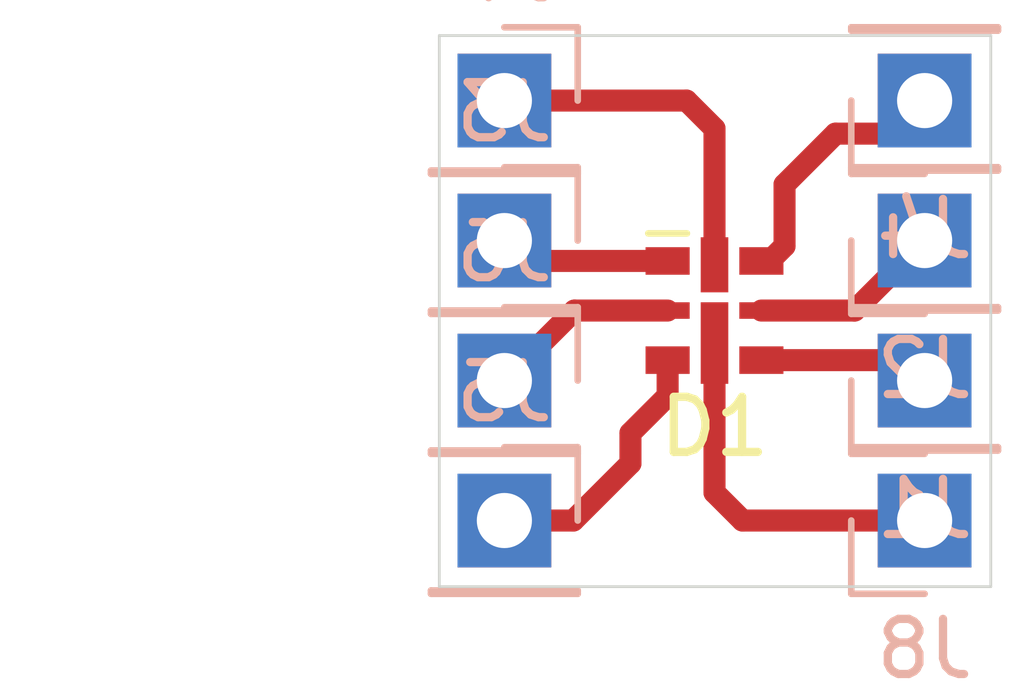
<source format=kicad_pcb>
(kicad_pcb (version 20171130) (host pcbnew 5.1.2)

  (general
    (thickness 1.6)
    (drawings 6)
    (tracks 25)
    (zones 0)
    (modules 9)
    (nets 7)
  )

  (page A4)
  (layers
    (0 F.Cu signal)
    (31 B.Cu signal)
    (32 B.Adhes user hide)
    (33 F.Adhes user hide)
    (34 B.Paste user)
    (35 F.Paste user)
    (36 B.SilkS user hide)
    (37 F.SilkS user)
    (38 B.Mask user)
    (39 F.Mask user)
    (40 Dwgs.User user)
    (41 Cmts.User user)
    (42 Eco1.User user)
    (43 Eco2.User user)
    (44 Edge.Cuts user)
    (45 Margin user)
    (46 B.CrtYd user hide)
    (47 F.CrtYd user)
    (48 B.Fab user hide)
    (49 F.Fab user hide)
  )

  (setup
    (last_trace_width 0.4)
    (trace_clearance 0.25)
    (zone_clearance 0.508)
    (zone_45_only no)
    (trace_min 0.2)
    (via_size 0.8)
    (via_drill 0.4)
    (via_min_size 0.4)
    (via_min_drill 0.3)
    (uvia_size 0.3)
    (uvia_drill 0.1)
    (uvias_allowed no)
    (uvia_min_size 0.2)
    (uvia_min_drill 0.1)
    (edge_width 0.05)
    (segment_width 0.2)
    (pcb_text_width 0.3)
    (pcb_text_size 1.5 1.5)
    (mod_edge_width 0.12)
    (mod_text_size 1 1)
    (mod_text_width 0.15)
    (pad_size 1.524 1.524)
    (pad_drill 0.762)
    (pad_to_mask_clearance 0.051)
    (solder_mask_min_width 0.25)
    (aux_axis_origin 0 0)
    (visible_elements FFFFFF7F)
    (pcbplotparams
      (layerselection 0x010fc_ffffffff)
      (usegerberextensions false)
      (usegerberattributes false)
      (usegerberadvancedattributes false)
      (creategerberjobfile false)
      (excludeedgelayer true)
      (linewidth 0.100000)
      (plotframeref false)
      (viasonmask false)
      (mode 1)
      (useauxorigin false)
      (hpglpennumber 1)
      (hpglpenspeed 20)
      (hpglpendiameter 15.000000)
      (psnegative false)
      (psa4output false)
      (plotreference true)
      (plotvalue true)
      (plotinvisibletext false)
      (padsonsilk false)
      (subtractmaskfromsilk false)
      (outputformat 1)
      (mirror false)
      (drillshape 1)
      (scaleselection 1)
      (outputdirectory ""))
  )

  (net 0 "")
  (net 1 "Net-(D1-Pad4)")
  (net 2 "Net-(D1-Pad5)")
  (net 3 "Net-(D1-Pad3)")
  (net 4 "Net-(D1-Pad2)")
  (net 5 GND)
  (net 6 VCC)

  (net_class Default "This is the default net class."
    (clearance 0.25)
    (trace_width 0.4)
    (via_dia 0.8)
    (via_drill 0.4)
    (uvia_dia 0.3)
    (uvia_drill 0.1)
    (add_net GND)
    (add_net "Net-(D1-Pad2)")
    (add_net "Net-(D1-Pad3)")
    (add_net "Net-(D1-Pad4)")
    (add_net "Net-(D1-Pad5)")
    (add_net VCC)
  )

  (module Connector_PinHeader_2.54mm:PinHeader_1x01_P2.54mm_Vertical (layer B.Cu) (tedit 59FED5CC) (tstamp 5D4E15D0)
    (at 50.8 25.4)
    (descr "Through hole straight pin header, 1x01, 2.54mm pitch, single row")
    (tags "Through hole pin header THT 1x01 2.54mm single row")
    (path /5D4E5BD9)
    (fp_text reference J8 (at 0 2.33) (layer B.SilkS)
      (effects (font (size 1 1) (thickness 0.15)) (justify mirror))
    )
    (fp_text value Conn_01x01 (at 0 -2.33) (layer B.Fab)
      (effects (font (size 1 1) (thickness 0.15)) (justify mirror))
    )
    (fp_text user %R (at 0 0 -90) (layer B.Fab)
      (effects (font (size 1 1) (thickness 0.15)) (justify mirror))
    )
    (fp_line (start 1.8 1.8) (end -1.8 1.8) (layer B.CrtYd) (width 0.05))
    (fp_line (start 1.8 -1.8) (end 1.8 1.8) (layer B.CrtYd) (width 0.05))
    (fp_line (start -1.8 -1.8) (end 1.8 -1.8) (layer B.CrtYd) (width 0.05))
    (fp_line (start -1.8 1.8) (end -1.8 -1.8) (layer B.CrtYd) (width 0.05))
    (fp_line (start -1.33 1.33) (end 0 1.33) (layer B.SilkS) (width 0.12))
    (fp_line (start -1.33 0) (end -1.33 1.33) (layer B.SilkS) (width 0.12))
    (fp_line (start -1.33 -1.27) (end 1.33 -1.27) (layer B.SilkS) (width 0.12))
    (fp_line (start 1.33 -1.27) (end 1.33 -1.33) (layer B.SilkS) (width 0.12))
    (fp_line (start -1.33 -1.27) (end -1.33 -1.33) (layer B.SilkS) (width 0.12))
    (fp_line (start -1.33 -1.33) (end 1.33 -1.33) (layer B.SilkS) (width 0.12))
    (fp_line (start -1.27 0.635) (end -0.635 1.27) (layer B.Fab) (width 0.1))
    (fp_line (start -1.27 -1.27) (end -1.27 0.635) (layer B.Fab) (width 0.1))
    (fp_line (start 1.27 -1.27) (end -1.27 -1.27) (layer B.Fab) (width 0.1))
    (fp_line (start 1.27 1.27) (end 1.27 -1.27) (layer B.Fab) (width 0.1))
    (fp_line (start -0.635 1.27) (end 1.27 1.27) (layer B.Fab) (width 0.1))
    (pad 1 thru_hole rect (at 0 0) (size 1.7 1.7) (drill 1) (layers *.Cu *.Mask)
      (net 5 GND))
    (model ${KISYS3DMOD}/Connector_PinHeader_2.54mm.3dshapes/PinHeader_1x01_P2.54mm_Vertical.wrl
      (at (xyz 0 0 0))
      (scale (xyz 1 1 1))
      (rotate (xyz 0 0 0))
    )
  )

  (module Connector_PinHeader_2.54mm:PinHeader_1x01_P2.54mm_Vertical (layer B.Cu) (tedit 59FED5CC) (tstamp 5D4E09FE)
    (at 43.18 17.78 180)
    (descr "Through hole straight pin header, 1x01, 2.54mm pitch, single row")
    (tags "Through hole pin header THT 1x01 2.54mm single row")
    (path /5D4E46FB)
    (fp_text reference J7 (at 0 2.33) (layer B.SilkS)
      (effects (font (size 1 1) (thickness 0.15)) (justify mirror))
    )
    (fp_text value Conn_01x01 (at 0 -2.33) (layer B.Fab)
      (effects (font (size 1 1) (thickness 0.15)) (justify mirror))
    )
    (fp_text user %R (at 0 0 -90) (layer B.Fab)
      (effects (font (size 1 1) (thickness 0.15)) (justify mirror))
    )
    (fp_line (start 1.8 1.8) (end -1.8 1.8) (layer B.CrtYd) (width 0.05))
    (fp_line (start 1.8 -1.8) (end 1.8 1.8) (layer B.CrtYd) (width 0.05))
    (fp_line (start -1.8 -1.8) (end 1.8 -1.8) (layer B.CrtYd) (width 0.05))
    (fp_line (start -1.8 1.8) (end -1.8 -1.8) (layer B.CrtYd) (width 0.05))
    (fp_line (start -1.33 1.33) (end 0 1.33) (layer B.SilkS) (width 0.12))
    (fp_line (start -1.33 0) (end -1.33 1.33) (layer B.SilkS) (width 0.12))
    (fp_line (start -1.33 -1.27) (end 1.33 -1.27) (layer B.SilkS) (width 0.12))
    (fp_line (start 1.33 -1.27) (end 1.33 -1.33) (layer B.SilkS) (width 0.12))
    (fp_line (start -1.33 -1.27) (end -1.33 -1.33) (layer B.SilkS) (width 0.12))
    (fp_line (start -1.33 -1.33) (end 1.33 -1.33) (layer B.SilkS) (width 0.12))
    (fp_line (start -1.27 0.635) (end -0.635 1.27) (layer B.Fab) (width 0.1))
    (fp_line (start -1.27 -1.27) (end -1.27 0.635) (layer B.Fab) (width 0.1))
    (fp_line (start 1.27 -1.27) (end -1.27 -1.27) (layer B.Fab) (width 0.1))
    (fp_line (start 1.27 1.27) (end 1.27 -1.27) (layer B.Fab) (width 0.1))
    (fp_line (start -0.635 1.27) (end 1.27 1.27) (layer B.Fab) (width 0.1))
    (pad 1 thru_hole rect (at 0 0 180) (size 1.7 1.7) (drill 1) (layers *.Cu *.Mask)
      (net 6 VCC))
    (model ${KISYS3DMOD}/Connector_PinHeader_2.54mm.3dshapes/PinHeader_1x01_P2.54mm_Vertical.wrl
      (at (xyz 0 0 0))
      (scale (xyz 1 1 1))
      (rotate (xyz 0 0 0))
    )
  )

  (module Connector_PinHeader_2.54mm:PinHeader_1x01_P2.54mm_Vertical (layer B.Cu) (tedit 59FED5CC) (tstamp 5D4DFD24)
    (at 43.18 22.86 180)
    (descr "Through hole straight pin header, 1x01, 2.54mm pitch, single row")
    (tags "Through hole pin header THT 1x01 2.54mm single row")
    (path /5D4DFC14)
    (fp_text reference J6 (at 0 2.33) (layer B.SilkS)
      (effects (font (size 1 1) (thickness 0.15)) (justify mirror))
    )
    (fp_text value Conn_01x01 (at 0 -2.33) (layer B.Fab)
      (effects (font (size 1 1) (thickness 0.15)) (justify mirror))
    )
    (fp_text user %R (at 0 0 -90) (layer B.Fab)
      (effects (font (size 1 1) (thickness 0.15)) (justify mirror))
    )
    (fp_line (start 1.8 1.8) (end -1.8 1.8) (layer B.CrtYd) (width 0.05))
    (fp_line (start 1.8 -1.8) (end 1.8 1.8) (layer B.CrtYd) (width 0.05))
    (fp_line (start -1.8 -1.8) (end 1.8 -1.8) (layer B.CrtYd) (width 0.05))
    (fp_line (start -1.8 1.8) (end -1.8 -1.8) (layer B.CrtYd) (width 0.05))
    (fp_line (start -1.33 1.33) (end 0 1.33) (layer B.SilkS) (width 0.12))
    (fp_line (start -1.33 0) (end -1.33 1.33) (layer B.SilkS) (width 0.12))
    (fp_line (start -1.33 -1.27) (end 1.33 -1.27) (layer B.SilkS) (width 0.12))
    (fp_line (start 1.33 -1.27) (end 1.33 -1.33) (layer B.SilkS) (width 0.12))
    (fp_line (start -1.33 -1.27) (end -1.33 -1.33) (layer B.SilkS) (width 0.12))
    (fp_line (start -1.33 -1.33) (end 1.33 -1.33) (layer B.SilkS) (width 0.12))
    (fp_line (start -1.27 0.635) (end -0.635 1.27) (layer B.Fab) (width 0.1))
    (fp_line (start -1.27 -1.27) (end -1.27 0.635) (layer B.Fab) (width 0.1))
    (fp_line (start 1.27 -1.27) (end -1.27 -1.27) (layer B.Fab) (width 0.1))
    (fp_line (start 1.27 1.27) (end 1.27 -1.27) (layer B.Fab) (width 0.1))
    (fp_line (start -0.635 1.27) (end 1.27 1.27) (layer B.Fab) (width 0.1))
    (pad 1 thru_hole rect (at 0 0 180) (size 1.7 1.7) (drill 1) (layers *.Cu *.Mask)
      (net 4 "Net-(D1-Pad2)"))
    (model ${KISYS3DMOD}/Connector_PinHeader_2.54mm.3dshapes/PinHeader_1x01_P2.54mm_Vertical.wrl
      (at (xyz 0 0 0))
      (scale (xyz 1 1 1))
      (rotate (xyz 0 0 0))
    )
  )

  (module Connector_PinHeader_2.54mm:PinHeader_1x01_P2.54mm_Vertical (layer B.Cu) (tedit 59FED5CC) (tstamp 5D4DFCFE)
    (at 43.18 25.4 180)
    (descr "Through hole straight pin header, 1x01, 2.54mm pitch, single row")
    (tags "Through hole pin header THT 1x01 2.54mm single row")
    (path /5D4DF870)
    (fp_text reference J5 (at 0 2.33) (layer B.SilkS)
      (effects (font (size 1 1) (thickness 0.15)) (justify mirror))
    )
    (fp_text value Conn_01x01 (at 0 -2.33) (layer B.Fab)
      (effects (font (size 1 1) (thickness 0.15)) (justify mirror))
    )
    (fp_text user %R (at 0 0 -90) (layer B.Fab)
      (effects (font (size 1 1) (thickness 0.15)) (justify mirror))
    )
    (fp_line (start 1.8 1.8) (end -1.8 1.8) (layer B.CrtYd) (width 0.05))
    (fp_line (start 1.8 -1.8) (end 1.8 1.8) (layer B.CrtYd) (width 0.05))
    (fp_line (start -1.8 -1.8) (end 1.8 -1.8) (layer B.CrtYd) (width 0.05))
    (fp_line (start -1.8 1.8) (end -1.8 -1.8) (layer B.CrtYd) (width 0.05))
    (fp_line (start -1.33 1.33) (end 0 1.33) (layer B.SilkS) (width 0.12))
    (fp_line (start -1.33 0) (end -1.33 1.33) (layer B.SilkS) (width 0.12))
    (fp_line (start -1.33 -1.27) (end 1.33 -1.27) (layer B.SilkS) (width 0.12))
    (fp_line (start 1.33 -1.27) (end 1.33 -1.33) (layer B.SilkS) (width 0.12))
    (fp_line (start -1.33 -1.27) (end -1.33 -1.33) (layer B.SilkS) (width 0.12))
    (fp_line (start -1.33 -1.33) (end 1.33 -1.33) (layer B.SilkS) (width 0.12))
    (fp_line (start -1.27 0.635) (end -0.635 1.27) (layer B.Fab) (width 0.1))
    (fp_line (start -1.27 -1.27) (end -1.27 0.635) (layer B.Fab) (width 0.1))
    (fp_line (start 1.27 -1.27) (end -1.27 -1.27) (layer B.Fab) (width 0.1))
    (fp_line (start 1.27 1.27) (end 1.27 -1.27) (layer B.Fab) (width 0.1))
    (fp_line (start -0.635 1.27) (end 1.27 1.27) (layer B.Fab) (width 0.1))
    (pad 1 thru_hole rect (at 0 0 180) (size 1.7 1.7) (drill 1) (layers *.Cu *.Mask)
      (net 3 "Net-(D1-Pad3)"))
    (model ${KISYS3DMOD}/Connector_PinHeader_2.54mm.3dshapes/PinHeader_1x01_P2.54mm_Vertical.wrl
      (at (xyz 0 0 0))
      (scale (xyz 1 1 1))
      (rotate (xyz 0 0 0))
    )
  )

  (module Connector_PinHeader_2.54mm:PinHeader_1x01_P2.54mm_Vertical (layer B.Cu) (tedit 59FED5CC) (tstamp 5D4E1228)
    (at 50.8 17.78)
    (descr "Through hole straight pin header, 1x01, 2.54mm pitch, single row")
    (tags "Through hole pin header THT 1x01 2.54mm single row")
    (path /5D4E04C0)
    (fp_text reference J4 (at 0 2.33) (layer B.SilkS)
      (effects (font (size 1 1) (thickness 0.15)) (justify mirror))
    )
    (fp_text value Conn_01x01 (at 0 -2.33) (layer B.Fab)
      (effects (font (size 1 1) (thickness 0.15)) (justify mirror))
    )
    (fp_text user %R (at 0 0 -90) (layer B.Fab)
      (effects (font (size 1 1) (thickness 0.15)) (justify mirror))
    )
    (fp_line (start 1.8 1.8) (end -1.8 1.8) (layer B.CrtYd) (width 0.05))
    (fp_line (start 1.8 -1.8) (end 1.8 1.8) (layer B.CrtYd) (width 0.05))
    (fp_line (start -1.8 -1.8) (end 1.8 -1.8) (layer B.CrtYd) (width 0.05))
    (fp_line (start -1.8 1.8) (end -1.8 -1.8) (layer B.CrtYd) (width 0.05))
    (fp_line (start -1.33 1.33) (end 0 1.33) (layer B.SilkS) (width 0.12))
    (fp_line (start -1.33 0) (end -1.33 1.33) (layer B.SilkS) (width 0.12))
    (fp_line (start -1.33 -1.27) (end 1.33 -1.27) (layer B.SilkS) (width 0.12))
    (fp_line (start 1.33 -1.27) (end 1.33 -1.33) (layer B.SilkS) (width 0.12))
    (fp_line (start -1.33 -1.27) (end -1.33 -1.33) (layer B.SilkS) (width 0.12))
    (fp_line (start -1.33 -1.33) (end 1.33 -1.33) (layer B.SilkS) (width 0.12))
    (fp_line (start -1.27 0.635) (end -0.635 1.27) (layer B.Fab) (width 0.1))
    (fp_line (start -1.27 -1.27) (end -1.27 0.635) (layer B.Fab) (width 0.1))
    (fp_line (start 1.27 -1.27) (end -1.27 -1.27) (layer B.Fab) (width 0.1))
    (fp_line (start 1.27 1.27) (end 1.27 -1.27) (layer B.Fab) (width 0.1))
    (fp_line (start -0.635 1.27) (end 1.27 1.27) (layer B.Fab) (width 0.1))
    (pad 1 thru_hole rect (at 0 0) (size 1.7 1.7) (drill 1) (layers *.Cu *.Mask)
      (net 5 GND))
    (model ${KISYS3DMOD}/Connector_PinHeader_2.54mm.3dshapes/PinHeader_1x01_P2.54mm_Vertical.wrl
      (at (xyz 0 0 0))
      (scale (xyz 1 1 1))
      (rotate (xyz 0 0 0))
    )
  )

  (module Connector_PinHeader_2.54mm:PinHeader_1x01_P2.54mm_Vertical (layer B.Cu) (tedit 59FED5CC) (tstamp 5D4DFCB2)
    (at 43.18 20.32 180)
    (descr "Through hole straight pin header, 1x01, 2.54mm pitch, single row")
    (tags "Through hole pin header THT 1x01 2.54mm single row")
    (path /5D4E0E3C)
    (fp_text reference J3 (at 0 2.33) (layer B.SilkS)
      (effects (font (size 1 1) (thickness 0.15)) (justify mirror))
    )
    (fp_text value Conn_01x01 (at 0 -2.33) (layer B.Fab)
      (effects (font (size 1 1) (thickness 0.15)) (justify mirror))
    )
    (fp_text user %R (at 0 0 -90) (layer B.Fab)
      (effects (font (size 1 1) (thickness 0.15)) (justify mirror))
    )
    (fp_line (start 1.8 1.8) (end -1.8 1.8) (layer B.CrtYd) (width 0.05))
    (fp_line (start 1.8 -1.8) (end 1.8 1.8) (layer B.CrtYd) (width 0.05))
    (fp_line (start -1.8 -1.8) (end 1.8 -1.8) (layer B.CrtYd) (width 0.05))
    (fp_line (start -1.8 1.8) (end -1.8 -1.8) (layer B.CrtYd) (width 0.05))
    (fp_line (start -1.33 1.33) (end 0 1.33) (layer B.SilkS) (width 0.12))
    (fp_line (start -1.33 0) (end -1.33 1.33) (layer B.SilkS) (width 0.12))
    (fp_line (start -1.33 -1.27) (end 1.33 -1.27) (layer B.SilkS) (width 0.12))
    (fp_line (start 1.33 -1.27) (end 1.33 -1.33) (layer B.SilkS) (width 0.12))
    (fp_line (start -1.33 -1.27) (end -1.33 -1.33) (layer B.SilkS) (width 0.12))
    (fp_line (start -1.33 -1.33) (end 1.33 -1.33) (layer B.SilkS) (width 0.12))
    (fp_line (start -1.27 0.635) (end -0.635 1.27) (layer B.Fab) (width 0.1))
    (fp_line (start -1.27 -1.27) (end -1.27 0.635) (layer B.Fab) (width 0.1))
    (fp_line (start 1.27 -1.27) (end -1.27 -1.27) (layer B.Fab) (width 0.1))
    (fp_line (start 1.27 1.27) (end 1.27 -1.27) (layer B.Fab) (width 0.1))
    (fp_line (start -0.635 1.27) (end 1.27 1.27) (layer B.Fab) (width 0.1))
    (pad 1 thru_hole rect (at 0 0 180) (size 1.7 1.7) (drill 1) (layers *.Cu *.Mask)
      (net 6 VCC))
    (model ${KISYS3DMOD}/Connector_PinHeader_2.54mm.3dshapes/PinHeader_1x01_P2.54mm_Vertical.wrl
      (at (xyz 0 0 0))
      (scale (xyz 1 1 1))
      (rotate (xyz 0 0 0))
    )
  )

  (module Connector_PinHeader_2.54mm:PinHeader_1x01_P2.54mm_Vertical (layer B.Cu) (tedit 59FED5CC) (tstamp 5D4E1297)
    (at 50.8 20.32)
    (descr "Through hole straight pin header, 1x01, 2.54mm pitch, single row")
    (tags "Through hole pin header THT 1x01 2.54mm single row")
    (path /5D4DF02B)
    (fp_text reference J2 (at 0 2.33) (layer B.SilkS)
      (effects (font (size 1 1) (thickness 0.15)) (justify mirror))
    )
    (fp_text value Conn_01x01 (at 0 -2.33) (layer B.Fab)
      (effects (font (size 1 1) (thickness 0.15)) (justify mirror))
    )
    (fp_text user %R (at 0 0 -90) (layer B.Fab)
      (effects (font (size 1 1) (thickness 0.15)) (justify mirror))
    )
    (fp_line (start 1.8 1.8) (end -1.8 1.8) (layer B.CrtYd) (width 0.05))
    (fp_line (start 1.8 -1.8) (end 1.8 1.8) (layer B.CrtYd) (width 0.05))
    (fp_line (start -1.8 -1.8) (end 1.8 -1.8) (layer B.CrtYd) (width 0.05))
    (fp_line (start -1.8 1.8) (end -1.8 -1.8) (layer B.CrtYd) (width 0.05))
    (fp_line (start -1.33 1.33) (end 0 1.33) (layer B.SilkS) (width 0.12))
    (fp_line (start -1.33 0) (end -1.33 1.33) (layer B.SilkS) (width 0.12))
    (fp_line (start -1.33 -1.27) (end 1.33 -1.27) (layer B.SilkS) (width 0.12))
    (fp_line (start 1.33 -1.27) (end 1.33 -1.33) (layer B.SilkS) (width 0.12))
    (fp_line (start -1.33 -1.27) (end -1.33 -1.33) (layer B.SilkS) (width 0.12))
    (fp_line (start -1.33 -1.33) (end 1.33 -1.33) (layer B.SilkS) (width 0.12))
    (fp_line (start -1.27 0.635) (end -0.635 1.27) (layer B.Fab) (width 0.1))
    (fp_line (start -1.27 -1.27) (end -1.27 0.635) (layer B.Fab) (width 0.1))
    (fp_line (start 1.27 -1.27) (end -1.27 -1.27) (layer B.Fab) (width 0.1))
    (fp_line (start 1.27 1.27) (end 1.27 -1.27) (layer B.Fab) (width 0.1))
    (fp_line (start -0.635 1.27) (end 1.27 1.27) (layer B.Fab) (width 0.1))
    (pad 1 thru_hole rect (at 0 0) (size 1.7 1.7) (drill 1) (layers *.Cu *.Mask)
      (net 2 "Net-(D1-Pad5)"))
    (model ${KISYS3DMOD}/Connector_PinHeader_2.54mm.3dshapes/PinHeader_1x01_P2.54mm_Vertical.wrl
      (at (xyz 0 0 0))
      (scale (xyz 1 1 1))
      (rotate (xyz 0 0 0))
    )
  )

  (module Connector_PinHeader_2.54mm:PinHeader_1x01_P2.54mm_Vertical (layer B.Cu) (tedit 59FED5CC) (tstamp 5D4E11B9)
    (at 50.8 22.86)
    (descr "Through hole straight pin header, 1x01, 2.54mm pitch, single row")
    (tags "Through hole pin header THT 1x01 2.54mm single row")
    (path /5D4DEC32)
    (fp_text reference J1 (at 0 2.33) (layer B.SilkS)
      (effects (font (size 1 1) (thickness 0.15)) (justify mirror))
    )
    (fp_text value Conn_01x01 (at 0 -2.33) (layer B.Fab)
      (effects (font (size 1 1) (thickness 0.15)) (justify mirror))
    )
    (fp_text user %R (at 0 0 -90) (layer B.Fab)
      (effects (font (size 1 1) (thickness 0.15)) (justify mirror))
    )
    (fp_line (start 1.8 1.8) (end -1.8 1.8) (layer B.CrtYd) (width 0.05))
    (fp_line (start 1.8 -1.8) (end 1.8 1.8) (layer B.CrtYd) (width 0.05))
    (fp_line (start -1.8 -1.8) (end 1.8 -1.8) (layer B.CrtYd) (width 0.05))
    (fp_line (start -1.8 1.8) (end -1.8 -1.8) (layer B.CrtYd) (width 0.05))
    (fp_line (start -1.33 1.33) (end 0 1.33) (layer B.SilkS) (width 0.12))
    (fp_line (start -1.33 0) (end -1.33 1.33) (layer B.SilkS) (width 0.12))
    (fp_line (start -1.33 -1.27) (end 1.33 -1.27) (layer B.SilkS) (width 0.12))
    (fp_line (start 1.33 -1.27) (end 1.33 -1.33) (layer B.SilkS) (width 0.12))
    (fp_line (start -1.33 -1.27) (end -1.33 -1.33) (layer B.SilkS) (width 0.12))
    (fp_line (start -1.33 -1.33) (end 1.33 -1.33) (layer B.SilkS) (width 0.12))
    (fp_line (start -1.27 0.635) (end -0.635 1.27) (layer B.Fab) (width 0.1))
    (fp_line (start -1.27 -1.27) (end -1.27 0.635) (layer B.Fab) (width 0.1))
    (fp_line (start 1.27 -1.27) (end -1.27 -1.27) (layer B.Fab) (width 0.1))
    (fp_line (start 1.27 1.27) (end 1.27 -1.27) (layer B.Fab) (width 0.1))
    (fp_line (start -0.635 1.27) (end 1.27 1.27) (layer B.Fab) (width 0.1))
    (pad 1 thru_hole rect (at 0 0) (size 1.7 1.7) (drill 1) (layers *.Cu *.Mask)
      (net 1 "Net-(D1-Pad4)"))
    (model ${KISYS3DMOD}/Connector_PinHeader_2.54mm.3dshapes/PinHeader_1x01_P2.54mm_Vertical.wrl
      (at (xyz 0 0 0))
      (scale (xyz 1 1 1))
      (rotate (xyz 0 0 0))
    )
  )

  (module LED_SMD:LED-APA102-2020 (layer F.Cu) (tedit 5C62815F) (tstamp 5D4DFE7D)
    (at 46.99 21.59)
    (descr http://www.led-color.com/upload/201604/APA102-2020%20SMD%20LED.pdf)
    (tags "LED RGB SPI")
    (path /5D4DC3E0)
    (attr smd)
    (fp_text reference D1 (at 0 2.11) (layer F.SilkS)
      (effects (font (size 1 1) (thickness 0.15)))
    )
    (fp_text value APA102-2020 (at 0 -2) (layer F.Fab)
      (effects (font (size 1 1) (thickness 0.15)))
    )
    (fp_line (start 1.5 1.4) (end 0.5 1.4) (layer F.CrtYd) (width 0.05))
    (fp_line (start -0.5 1.4) (end -1.5 1.4) (layer F.CrtYd) (width 0.05))
    (fp_line (start -1.5 -1.4) (end -0.5 -1.4) (layer F.CrtYd) (width 0.05))
    (fp_line (start 0.5 -1.4) (end 1.5 -1.4) (layer F.CrtYd) (width 0.05))
    (fp_line (start 0.5 -1.58) (end 0.5 -1.4) (layer F.CrtYd) (width 0.05))
    (fp_line (start -0.5 -1.58) (end 0.5 -1.58) (layer F.CrtYd) (width 0.05))
    (fp_line (start -0.5 -1.4) (end -0.5 -1.58) (layer F.CrtYd) (width 0.05))
    (fp_line (start 0.5 1.58) (end 0.5 1.4) (layer F.CrtYd) (width 0.05))
    (fp_line (start -0.5 1.58) (end 0.5 1.58) (layer F.CrtYd) (width 0.05))
    (fp_line (start -0.5 1.4) (end -0.5 1.58) (layer F.CrtYd) (width 0.05))
    (fp_line (start -1.5 -1.4) (end -1.5 1.4) (layer F.CrtYd) (width 0.05))
    (fp_line (start -0.5 -1) (end -1 -0.5) (layer F.Fab) (width 0.1))
    (fp_text user %R (at -0.762 -3.556) (layer F.Fab)
      (effects (font (size 1 1) (thickness 0.15)))
    )
    (fp_line (start -1.2 -1.4) (end -0.5 -1.4) (layer F.SilkS) (width 0.12))
    (fp_line (start 1.5 -1.4) (end 1.5 1.4) (layer F.CrtYd) (width 0.05))
    (fp_line (start -1 1) (end -1 -0.5) (layer F.Fab) (width 0.1))
    (fp_line (start 1 1) (end -1 1) (layer F.Fab) (width 0.1))
    (fp_line (start 1 -1) (end 1 1) (layer F.Fab) (width 0.1))
    (fp_line (start -0.5 -1) (end 1 -1) (layer F.Fab) (width 0.1))
    (pad 6 smd rect (at 0 0.59 90) (size 1.48 0.5) (layers F.Cu F.Paste F.Mask)
      (net 5 GND))
    (pad 1 smd rect (at 0 -0.83 90) (size 1 0.5) (layers F.Cu F.Paste F.Mask)
      (net 6 VCC))
    (pad 6 smd rect (at 0.85 -0.9) (size 0.8 0.5) (layers F.Cu F.Paste F.Mask)
      (net 5 GND))
    (pad 4 smd rect (at 0.85 0.9) (size 0.8 0.5) (layers F.Cu F.Paste F.Mask)
      (net 1 "Net-(D1-Pad4)"))
    (pad 5 smd rect (at 0.85 0) (size 0.8 0.3) (layers F.Cu F.Paste F.Mask)
      (net 2 "Net-(D1-Pad5)"))
    (pad 3 smd rect (at -0.85 0.9) (size 0.8 0.5) (layers F.Cu F.Paste F.Mask)
      (net 3 "Net-(D1-Pad3)"))
    (pad 2 smd rect (at -0.85 0) (size 0.8 0.3) (layers F.Cu F.Paste F.Mask)
      (net 4 "Net-(D1-Pad2)"))
    (pad 1 smd rect (at -0.85 -0.9) (size 0.8 0.5) (layers F.Cu F.Paste F.Mask)
      (net 6 VCC))
    (model ${KISYS3DMOD}/LED_SMD.3dshapes/LED-APA102-2020.wrl
      (at (xyz 0 0 0))
      (scale (xyz 1 1 1))
      (rotate (xyz 0 0 0))
    )
  )

  (gr_line (start 42 26.6) (end 42 16.6) (layer Edge.Cuts) (width 0.05) (tstamp 5D4E15F8))
  (gr_line (start 52 26.6) (end 42 26.6) (layer Edge.Cuts) (width 0.05))
  (gr_line (start 52 16.6) (end 52 26.6) (layer Edge.Cuts) (width 0.05))
  (gr_line (start 42 16.6) (end 52 16.6) (layer Edge.Cuts) (width 0.05))
  (dimension 10 (width 0.15) (layer Eco1.User)
    (gr_text "10.000 mm" (at 37.7 21.6 90) (layer Eco1.User)
      (effects (font (size 1 1) (thickness 0.15)))
    )
    (feature1 (pts (xy 42 16.6) (xy 38.413579 16.6)))
    (feature2 (pts (xy 42 26.6) (xy 38.413579 26.6)))
    (crossbar (pts (xy 39 26.6) (xy 39 16.6)))
    (arrow1a (pts (xy 39 16.6) (xy 39.586421 17.726504)))
    (arrow1b (pts (xy 39 16.6) (xy 38.413579 17.726504)))
    (arrow2a (pts (xy 39 26.6) (xy 39.586421 25.473496)))
    (arrow2b (pts (xy 39 26.6) (xy 38.413579 25.473496)))
  )
  (dimension 10 (width 0.15) (layer Eco1.User)
    (gr_text "10.000 mm" (at 47 29.3) (layer Eco1.User)
      (effects (font (size 1 1) (thickness 0.15)))
    )
    (feature1 (pts (xy 52 27) (xy 52 28.586421)))
    (feature2 (pts (xy 42 27) (xy 42 28.586421)))
    (crossbar (pts (xy 42 28) (xy 52 28)))
    (arrow1a (pts (xy 52 28) (xy 50.873496 28.586421)))
    (arrow1b (pts (xy 52 28) (xy 50.873496 27.413579)))
    (arrow2a (pts (xy 42 28) (xy 43.126504 28.586421)))
    (arrow2b (pts (xy 42 28) (xy 43.126504 27.413579)))
  )

  (segment (start 50.43 22.49) (end 50.8 22.86) (width 0.4) (layer F.Cu) (net 1))
  (segment (start 47.84 22.49) (end 50.43 22.49) (width 0.4) (layer F.Cu) (net 1))
  (segment (start 49.53 21.59) (end 50.8 20.32) (width 0.4) (layer F.Cu) (net 2))
  (segment (start 47.84 21.59) (end 49.53 21.59) (width 0.4) (layer F.Cu) (net 2))
  (segment (start 46.14 23.14) (end 45.466 23.814) (width 0.4) (layer F.Cu) (net 3))
  (segment (start 46.14 22.49) (end 46.14 23.14) (width 0.4) (layer F.Cu) (net 3))
  (segment (start 44.43 25.4) (end 43.18 25.4) (width 0.4) (layer F.Cu) (net 3))
  (segment (start 45.466 24.364) (end 44.43 25.4) (width 0.4) (layer F.Cu) (net 3))
  (segment (start 45.466 23.814) (end 45.466 24.364) (width 0.4) (layer F.Cu) (net 3))
  (segment (start 44.45 21.59) (end 43.18 22.86) (width 0.4) (layer F.Cu) (net 4))
  (segment (start 46.14 21.59) (end 44.45 21.59) (width 0.4) (layer F.Cu) (net 4))
  (segment (start 49.184 18.38) (end 50.8 18.38) (width 0.4) (layer F.Cu) (net 5))
  (segment (start 48.26 19.304) (end 49.184 18.38) (width 0.4) (layer F.Cu) (net 5))
  (segment (start 48.26 20.42) (end 48.26 19.304) (width 0.4) (layer F.Cu) (net 5))
  (segment (start 47.84 20.69) (end 47.99 20.69) (width 0.4) (layer F.Cu) (net 5))
  (segment (start 47.99 20.69) (end 48.26 20.42) (width 0.4) (layer F.Cu) (net 5))
  (segment (start 46.99 22.18) (end 46.99 24.892) (width 0.4) (layer F.Cu) (net 5))
  (segment (start 46.99 24.892) (end 47.498 25.4) (width 0.4) (layer F.Cu) (net 5))
  (segment (start 47.498 25.4) (end 50.8 25.4) (width 0.4) (layer F.Cu) (net 5))
  (segment (start 43.25 20.25) (end 43.18 20.32) (width 0.4) (layer F.Cu) (net 6))
  (segment (start 46.99 20.76) (end 46.99 18.288) (width 0.4) (layer F.Cu) (net 6))
  (segment (start 46.99 18.288) (end 46.482 17.78) (width 0.4) (layer F.Cu) (net 6))
  (segment (start 46.482 17.78) (end 43.18 17.78) (width 0.4) (layer F.Cu) (net 6))
  (segment (start 43.55 20.69) (end 43.18 20.32) (width 0.4) (layer F.Cu) (net 6))
  (segment (start 46.14 20.69) (end 43.55 20.69) (width 0.4) (layer F.Cu) (net 6))

)

</source>
